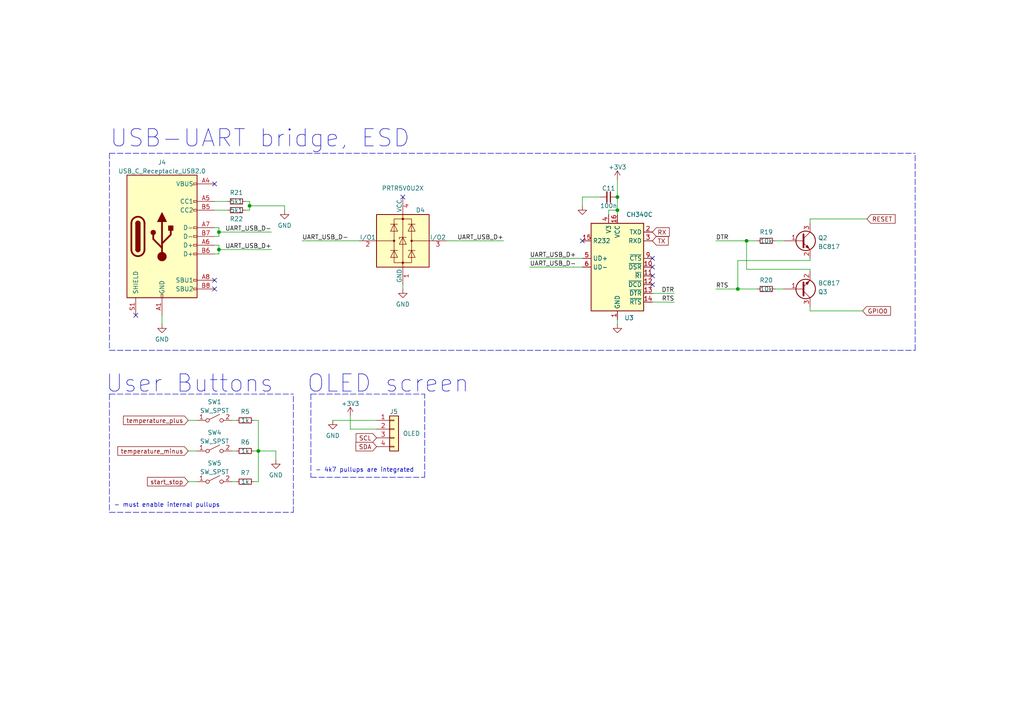
<source format=kicad_sch>
(kicad_sch (version 20211123) (generator eeschema)
  (paper "A4")
  (lib_symbols
    (symbol "Connector:USB_C_Receptacle_USB2.0" (pin_names (offset 1.016))
      (property "Reference" "J" (at -10.16 19.05 0))
      (property "Value" "USB_C_Receptacle_USB2.0" (at 19.05 19.05 0))
      (symbol "USB_C_Receptacle_USB2.0_0_0"
        (rectangle (start -0.254 -17.78) (end 0.254 -16.764))
        (rectangle (start 10.16 -14.986) (end 9.144 -15.494))
        (rectangle (start 10.16 -12.446) (end 9.144 -12.954))
        (rectangle (start 10.16 -4.826) (end 9.144 -5.334))
        (rectangle (start 10.16 -2.286) (end 9.144 -2.794))
        (rectangle (start 10.16 0.254) (end 9.144 -0.254))
        (rectangle (start 10.16 2.794) (end 9.144 2.286))
        (rectangle (start 10.16 7.874) (end 9.144 7.366))
        (rectangle (start 10.16 10.414) (end 9.144 9.906))
        (rectangle (start 10.16 15.494) (end 9.144 14.986))
      )
      (symbol "USB_C_Receptacle_USB2.0_0_1"
        (rectangle (start -10.16 17.78) (end 10.16 -17.78) (stroke (width 0.254)) (fill (type background)))
        (arc (start -8.89 -3.81) (mid -6.985 -5.715) (end -5.08 -3.81) (stroke (width 0.508)))
        (arc (start -7.62 -3.81) (mid -6.985 -4.445) (end -6.35 -3.81) (stroke (width 0.254)))
        (arc (start -7.62 -3.81) (mid -6.985 -4.445) (end -6.35 -3.81) (stroke (width 0.254)) (fill (type outline)))
        (rectangle (start -7.62 -3.81) (end -6.35 3.81) (stroke (width 0.254)) (fill (type outline)))
        (arc (start -6.35 3.81) (mid -6.985 4.445) (end -7.62 3.81) (stroke (width 0.254)))
        (arc (start -6.35 3.81) (mid -6.985 4.445) (end -7.62 3.81) (stroke (width 0.254)) (fill (type outline)))
        (arc (start -5.08 3.81) (mid -6.985 5.715) (end -8.89 3.81) (stroke (width 0.508)))
        (circle (center -2.54 1.143) (radius 0.635) (stroke (width 0.254)) (fill (type outline)))
        (circle (center 0 -5.842) (radius 1.27) (fill (type outline)))
        (polyline (pts (xy -8.89 -3.81) (xy -8.89 3.81)) (stroke (width 0.508)))
        (polyline (pts (xy -5.08 3.81) (xy -5.08 -3.81)) (stroke (width 0.508)))
        (polyline (pts (xy 0 -5.842) (xy 0 4.318)) (stroke (width 0.508)))
        (polyline (pts (xy 0 -3.302) (xy -2.54 -0.762) (xy -2.54 0.508)) (stroke (width 0.508)))
        (polyline (pts (xy 0 -2.032) (xy 2.54 0.508) (xy 2.54 1.778)) (stroke (width 0.508)))
        (polyline (pts (xy -1.27 4.318) (xy 0 6.858) (xy 1.27 4.318) (xy -1.27 4.318)) (stroke (width 0.254)) (fill (type outline)))
        (rectangle (start 1.905 1.778) (end 3.175 3.048) (stroke (width 0.254)) (fill (type outline)))
      )
      (symbol "USB_C_Receptacle_USB2.0_1_1"
        (pin passive line (at 0 -22.86 90) (length 5.08) (name "GND") (number "A1"))
        (pin passive line (at 0 -22.86 90) (length 5.08) hide (name "GND") (number "A12"))
        (pin passive line (at 15.24 15.24 180) (length 5.08) (name "VBUS") (number "A4"))
        (pin bidirectional line (at 15.24 10.16 180) (length 5.08) (name "CC1") (number "A5"))
        (pin bidirectional line (at 15.24 -2.54 180) (length 5.08) (name "D+") (number "A6"))
        (pin bidirectional line (at 15.24 2.54 180) (length 5.08) (name "D-") (number "A7"))
        (pin bidirectional line (at 15.24 -12.7 180) (length 5.08) (name "SBU1") (number "A8"))
        (pin passive line (at 15.24 15.24 180) (length 5.08) hide (name "VBUS") (number "A9"))
        (pin passive line (at 0 -22.86 90) (length 5.08) hide (name "GND") (number "B1"))
        (pin passive line (at 0 -22.86 90) (length 5.08) hide (name "GND") (number "B12"))
        (pin passive line (at 15.24 15.24 180) (length 5.08) hide (name "VBUS") (number "B4"))
        (pin bidirectional line (at 15.24 7.62 180) (length 5.08) (name "CC2") (number "B5"))
        (pin bidirectional line (at 15.24 -5.08 180) (length 5.08) (name "D+") (number "B6"))
        (pin bidirectional line (at 15.24 0 180) (length 5.08) (name "D-") (number "B7"))
        (pin bidirectional line (at 15.24 -15.24 180) (length 5.08) (name "SBU2") (number "B8"))
        (pin passive line (at 15.24 15.24 180) (length 5.08) hide (name "VBUS") (number "B9"))
        (pin passive line (at -7.62 -22.86 90) (length 5.08) (name "SHIELD") (number "S1"))
      )
    )
    (symbol "Connector_Generic:Conn_01x04" (pin_names (offset 1.016) hide)
      (property "Reference" "J" (at 0 5.08 0))
      (property "Value" "Conn_01x04" (at 0 -7.62 0))
      (symbol "Conn_01x04_1_1"
        (rectangle (start -1.27 -4.953) (end 0 -5.207) (stroke (width 0.1524)))
        (rectangle (start -1.27 -2.413) (end 0 -2.667) (stroke (width 0.1524)))
        (rectangle (start -1.27 0.127) (end 0 -0.127) (stroke (width 0.1524)))
        (rectangle (start -1.27 2.667) (end 0 2.413) (stroke (width 0.1524)))
        (rectangle (start -1.27 3.81) (end 1.27 -6.35) (stroke (width 0.254)) (fill (type background)))
        (pin passive line (at -5.08 2.54 0) (length 3.81) (name "Pin_1") (number "1"))
        (pin passive line (at -5.08 0 0) (length 3.81) (name "Pin_2") (number "2"))
        (pin passive line (at -5.08 -2.54 0) (length 3.81) (name "Pin_3") (number "3"))
        (pin passive line (at -5.08 -5.08 0) (length 3.81) (name "Pin_4") (number "4"))
      )
    )
    (symbol "Device:C_Small" (pin_numbers hide) (pin_names (offset 0.254) hide)
      (property "Reference" "C" (at 0.254 1.778 0))
      (property "Value" "C_Small" (at 0.254 -2.032 0))
      (symbol "C_Small_0_1"
        (polyline (pts (xy -1.524 -0.508) (xy 1.524 -0.508)) (stroke (width 0.3302)))
        (polyline (pts (xy -1.524 0.508) (xy 1.524 0.508)) (stroke (width 0.3048)))
      )
      (symbol "C_Small_1_1"
        (pin passive line (at 0 2.54 270) (length 2.032) (name "~") (number "1"))
        (pin passive line (at 0 -2.54 90) (length 2.032) (name "~") (number "2"))
      )
    )
    (symbol "Device:R_Small" (pin_numbers hide) (pin_names (offset 0.254) hide)
      (property "Reference" "R" (at 0.762 0.508 0))
      (property "Value" "R_Small" (at 0.762 -1.016 0))
      (symbol "R_Small_0_1"
        (rectangle (start -0.762 1.778) (end 0.762 -1.778) (stroke (width 0.2032)))
      )
      (symbol "R_Small_1_1"
        (pin passive line (at 0 2.54 270) (length 0.762) (name "~") (number "1"))
        (pin passive line (at 0 -2.54 90) (length 0.762) (name "~") (number "2"))
      )
    )
    (symbol "Interface_USB:CH340C"
      (property "Reference" "U" (at -5.08 13.97 0))
      (property "Value" "CH340C" (at 1.27 13.97 0))
      (symbol "CH340C_0_1"
        (rectangle (start -7.62 12.7) (end 7.62 -12.7) (stroke (width 0.254)) (fill (type background)))
      )
      (symbol "CH340C_1_1"
        (pin power_in line (at 0 -15.24 90) (length 2.54) (name "GND") (number "1"))
        (pin input line (at 10.16 0 180) (length 2.54) (name "~{DSR}") (number "10"))
        (pin input line (at 10.16 -2.54 180) (length 2.54) (name "~{RI}") (number "11"))
        (pin input line (at 10.16 -5.08 180) (length 2.54) (name "~{DCD}") (number "12"))
        (pin output line (at 10.16 -7.62 180) (length 2.54) (name "~{DTR}") (number "13"))
        (pin output line (at 10.16 -10.16 180) (length 2.54) (name "~{RTS}") (number "14"))
        (pin input line (at -10.16 7.62 0) (length 2.54) (name "R232") (number "15"))
        (pin power_in line (at 0 15.24 270) (length 2.54) (name "VCC") (number "16"))
        (pin output line (at 10.16 10.16 180) (length 2.54) (name "TXD") (number "2"))
        (pin input line (at 10.16 7.62 180) (length 2.54) (name "RXD") (number "3"))
        (pin passive line (at -2.54 15.24 270) (length 2.54) (name "V3") (number "4"))
        (pin bidirectional line (at -10.16 2.54 0) (length 2.54) (name "UD+") (number "5"))
        (pin bidirectional line (at -10.16 0 0) (length 2.54) (name "UD-") (number "6"))
        (pin no_connect line (at -7.62 -7.62 0) (length 2.54) hide (name "NC") (number "7"))
        (pin no_connect line (at -7.62 -10.16 0) (length 2.54) hide (name "NC") (number "8"))
        (pin input line (at 10.16 2.54 180) (length 2.54) (name "~{CTS}") (number "9"))
      )
    )
    (symbol "Power_Protection:PRTR5V0U2X" (pin_names (offset 0))
      (property "Reference" "D" (at 2.794 8.636 0))
      (property "Value" "PRTR5V0U2X" (at 8.128 -9.398 0))
      (symbol "PRTR5V0U2X_0_1"
        (rectangle (start -7.62 -7.62) (end 7.62 7.62) (stroke (width 0.254)) (fill (type background)))
        (circle (center -2.54 0) (radius 0.254) (fill (type outline)))
        (rectangle (start -2.54 6.35) (end 2.54 -6.35))
        (circle (center 0 -6.35) (radius 0.254) (fill (type outline)))
        (polyline (pts (xy -2.54 0) (xy -7.62 0)))
        (polyline (pts (xy -1.524 -2.794) (xy -3.556 -2.794)))
        (polyline (pts (xy -1.524 4.826) (xy -3.556 4.826)))
        (polyline (pts (xy 0 -7.62) (xy 0 7.62)))
        (polyline (pts (xy 1.524 -2.794) (xy 3.556 -2.794)))
        (polyline (pts (xy 1.524 4.826) (xy 3.556 4.826)))
        (polyline (pts (xy 2.54 0) (xy 7.62 0)))
        (polyline (pts (xy 1.016 1.016) (xy -1.016 1.016) (xy -1.016 0.508)))
        (polyline (pts (xy -3.556 -4.826) (xy -1.524 -4.826) (xy -2.54 -2.794) (xy -3.556 -4.826)))
        (polyline (pts (xy -3.556 2.794) (xy -1.524 2.794) (xy -2.54 4.826) (xy -3.556 2.794)))
        (polyline (pts (xy -1.016 -1.016) (xy 1.016 -1.016) (xy 0 1.016) (xy -1.016 -1.016)))
        (polyline (pts (xy 3.556 -4.826) (xy 1.524 -4.826) (xy 2.54 -2.794) (xy 3.556 -4.826)))
        (polyline (pts (xy 3.556 2.794) (xy 1.524 2.794) (xy 2.54 4.826) (xy 3.556 2.794)))
        (circle (center 0 6.35) (radius 0.254) (fill (type outline)))
        (circle (center 2.54 0) (radius 0.254) (fill (type outline)))
      )
      (symbol "PRTR5V0U2X_1_1"
        (pin passive line (at 0 -12.7 90) (length 5.08) (name "GND") (number "1"))
        (pin passive line (at -12.7 0 0) (length 5.08) (name "I/O1") (number "2"))
        (pin passive line (at 12.7 0 180) (length 5.08) (name "I/O2") (number "3"))
        (pin passive line (at 0 12.7 270) (length 5.08) (name "VCC") (number "4"))
      )
    )
    (symbol "Switch:SW_SPST" (pin_names (offset 0) hide)
      (property "Reference" "SW" (at 0 3.175 0))
      (property "Value" "SW_SPST" (at 0 -2.54 0))
      (symbol "SW_SPST_0_0"
        (circle (center -2.032 0) (radius 0.508))
        (polyline (pts (xy -1.524 0.254) (xy 1.524 1.778)))
        (circle (center 2.032 0) (radius 0.508))
      )
      (symbol "SW_SPST_1_1"
        (pin passive line (at -5.08 0 0) (length 2.54) (name "A") (number "1"))
        (pin passive line (at 5.08 0 180) (length 2.54) (name "B") (number "2"))
      )
    )
    (symbol "Transistor_BJT:BC817" (pin_names (offset 0) hide)
      (property "Reference" "Q" (at 5.08 1.905 0))
      (property "Value" "BC817" (at 5.08 0 0))
      (symbol "BC817_0_1"
        (polyline (pts (xy 0.635 0.635) (xy 2.54 2.54)))
        (polyline (pts (xy 0.635 -0.635) (xy 2.54 -2.54) (xy 2.54 -2.54)))
        (polyline (pts (xy 0.635 1.905) (xy 0.635 -1.905) (xy 0.635 -1.905)) (stroke (width 0.508)))
        (polyline (pts (xy 1.27 -1.778) (xy 1.778 -1.27) (xy 2.286 -2.286) (xy 1.27 -1.778) (xy 1.27 -1.778)) (fill (type outline)))
        (circle (center 1.27 0) (radius 2.8194) (stroke (width 0.254)))
      )
      (symbol "BC817_1_1"
        (pin input line (at -5.08 0 0) (length 5.715) (name "B") (number "1"))
        (pin passive line (at 2.54 -5.08 90) (length 2.54) (name "E") (number "2"))
        (pin passive line (at 2.54 5.08 270) (length 2.54) (name "C") (number "3"))
      )
    )
    (symbol "power:+3.3V" (power) (pin_names (offset 0))
      (property "Value" "+3.3V" (at 0 3.556 0))
      (symbol "+3.3V_0_1"
        (polyline (pts (xy -0.762 1.27) (xy 0 2.54)))
        (polyline (pts (xy 0 0) (xy 0 2.54)))
        (polyline (pts (xy 0 2.54) (xy 0.762 1.27)))
      )
      (symbol "+3.3V_1_1"
        (pin power_in line (at 0 0 90) (length 0) hide (name "+3V3") (number "1"))
      )
    )
    (symbol "power:+3V3" (power) (pin_names (offset 0))
      (property "Value" "+3V3" (at 0 3.556 0))
      (symbol "+3V3_0_1"
        (polyline (pts (xy -0.762 1.27) (xy 0 2.54)))
        (polyline (pts (xy 0 0) (xy 0 2.54)))
        (polyline (pts (xy 0 2.54) (xy 0.762 1.27)))
      )
      (symbol "+3V3_1_1"
        (pin power_in line (at 0 0 90) (length 0) hide (name "+3V3") (number "1"))
      )
    )
    (symbol "power:GND" (power) (pin_names (offset 0))
      (property "Value" "GND" (at 0 -3.81 0))
      (symbol "GND_0_1"
        (polyline (pts (xy 0 0) (xy 0 -1.27) (xy 1.27 -1.27) (xy 0 -2.54) (xy -1.27 -1.27) (xy 0 -1.27)))
      )
      (symbol "GND_1_1"
        (pin power_in line (at 0 0 270) (length 0) hide (name "GND") (number "1"))
      )
    )
  )
  (junction (at 63.5 67.31))
  (junction (at 216.535 69.85))
  (junction (at 63.5 72.39))
  (junction (at 72.39 59.69))
  (junction (at 179.07 57.15))
  (junction (at 74.93 130.81))
  (junction (at 179.07 60.96))
  (junction (at 213.995 83.82))
  (no_connect (at 168.91 69.85))
  (no_connect (at 189.23 74.93))
  (no_connect (at 116.84 57.15))
  (no_connect (at 189.23 80.01))
  (no_connect (at 62.23 83.82))
  (no_connect (at 39.37 91.44))
  (no_connect (at 189.23 82.55))
  (no_connect (at 62.23 53.34))
  (no_connect (at 189.23 77.47))
  (no_connect (at 62.23 81.28))
  (wire (pts (xy 224.79 83.82) (xy 227.33 83.82)))
  (wire (pts (xy 213.995 83.82) (xy 219.71 83.82)))
  (wire (pts (xy 234.95 64.77) (xy 234.95 63.5)))
  (wire (pts (xy 129.54 69.85) (xy 146.05 69.85)))
  (wire (pts (xy 153.67 74.93) (xy 168.91 74.93)))
  (polyline (pts (xy 31.75 114.3) (xy 85.09 114.3)))
  (wire (pts (xy 116.84 82.55) (xy 116.84 83.82)))
  (wire (pts (xy 74.93 139.7) (xy 73.66 139.7)))
  (wire (pts (xy 62.23 68.58) (xy 63.5 68.58)))
  (wire (pts (xy 80.01 130.81) (xy 80.01 133.35)))
  (wire (pts (xy 63.5 67.31) (xy 78.74 67.31)))
  (wire (pts (xy 67.31 139.7) (xy 68.58 139.7)))
  (polyline (pts (xy 123.19 138.43) (xy 123.19 114.3)))
  (wire (pts (xy 179.07 57.15) (xy 179.07 60.96)))
  (wire (pts (xy 224.79 69.85) (xy 227.33 69.85)))
  (polyline (pts (xy 31.75 44.45) (xy 265.43 44.45)))
  (wire (pts (xy 67.31 121.92) (xy 68.58 121.92)))
  (wire (pts (xy 234.95 63.5) (xy 251.46 63.5)))
  (wire (pts (xy 101.6 124.46) (xy 101.6 120.65)))
  (wire (pts (xy 71.12 60.96) (xy 72.39 60.96)))
  (wire (pts (xy 74.93 130.81) (xy 74.93 139.7)))
  (wire (pts (xy 207.645 69.85) (xy 216.535 69.85)))
  (wire (pts (xy 67.31 130.81) (xy 68.58 130.81)))
  (wire (pts (xy 73.66 121.92) (xy 74.93 121.92)))
  (wire (pts (xy 74.93 130.81) (xy 80.01 130.81)))
  (wire (pts (xy 82.55 59.69) (xy 72.39 59.69)))
  (wire (pts (xy 109.22 124.46) (xy 101.6 124.46)))
  (wire (pts (xy 72.39 59.69) (xy 72.39 60.96)))
  (wire (pts (xy 176.53 60.96) (xy 179.07 60.96)))
  (wire (pts (xy 54.61 121.92) (xy 57.15 121.92)))
  (wire (pts (xy 234.95 78.105) (xy 216.535 78.105)))
  (wire (pts (xy 62.23 73.66) (xy 63.5 73.66)))
  (wire (pts (xy 173.99 57.15) (xy 168.91 57.15)))
  (wire (pts (xy 216.535 69.85) (xy 219.71 69.85)))
  (polyline (pts (xy 85.09 148.59) (xy 85.09 114.3)))
  (polyline (pts (xy 31.75 44.45) (xy 31.75 101.6)))
  (wire (pts (xy 176.53 62.23) (xy 176.53 60.96)))
  (wire (pts (xy 153.67 77.47) (xy 168.91 77.47)))
  (wire (pts (xy 71.12 58.42) (xy 72.39 58.42)))
  (wire (pts (xy 62.23 71.12) (xy 63.5 71.12)))
  (wire (pts (xy 63.5 66.04) (xy 63.5 67.31)))
  (wire (pts (xy 234.95 74.93) (xy 234.95 75.565)))
  (polyline (pts (xy 31.75 101.6) (xy 265.43 101.6)))
  (wire (pts (xy 179.07 92.71) (xy 179.07 93.98)))
  (wire (pts (xy 96.52 121.92) (xy 109.22 121.92)))
  (wire (pts (xy 234.95 75.565) (xy 213.995 75.565)))
  (polyline (pts (xy 90.17 114.3) (xy 90.17 138.43)))
  (wire (pts (xy 234.95 78.74) (xy 234.95 78.105)))
  (wire (pts (xy 82.55 59.69) (xy 82.55 60.96)))
  (wire (pts (xy 74.93 121.92) (xy 74.93 130.81)))
  (wire (pts (xy 63.5 72.39) (xy 78.74 72.39)))
  (polyline (pts (xy 90.17 114.3) (xy 123.19 114.3)))
  (wire (pts (xy 216.535 78.105) (xy 216.535 69.85)))
  (wire (pts (xy 87.63 69.85) (xy 104.14 69.85)))
  (polyline (pts (xy 90.17 138.43) (xy 123.19 138.43)))
  (polyline (pts (xy 31.75 148.59) (xy 85.09 148.59)))
  (wire (pts (xy 62.23 66.04) (xy 63.5 66.04)))
  (wire (pts (xy 207.645 83.82) (xy 213.995 83.82)))
  (wire (pts (xy 63.5 72.39) (xy 63.5 73.66)))
  (wire (pts (xy 234.95 88.9) (xy 234.95 90.17)))
  (wire (pts (xy 213.995 75.565) (xy 213.995 83.82)))
  (wire (pts (xy 72.39 58.42) (xy 72.39 59.69)))
  (polyline (pts (xy 31.75 114.3) (xy 31.75 148.59)))
  (wire (pts (xy 234.95 90.17) (xy 250.19 90.17)))
  (wire (pts (xy 62.23 60.96) (xy 66.04 60.96)))
  (wire (pts (xy 54.61 139.7) (xy 57.15 139.7)))
  (wire (pts (xy 195.58 85.09) (xy 189.23 85.09)))
  (wire (pts (xy 73.66 130.81) (xy 74.93 130.81)))
  (wire (pts (xy 54.61 130.81) (xy 57.15 130.81)))
  (wire (pts (xy 62.23 58.42) (xy 66.04 58.42)))
  (wire (pts (xy 179.07 52.07) (xy 179.07 57.15)))
  (wire (pts (xy 46.99 91.44) (xy 46.99 93.98)))
  (wire (pts (xy 189.23 87.63) (xy 195.58 87.63)))
  (wire (pts (xy 63.5 71.12) (xy 63.5 72.39)))
  (polyline (pts (xy 265.43 101.6) (xy 265.43 44.45)))
  (wire (pts (xy 168.91 57.15) (xy 168.91 59.69)))
  (wire (pts (xy 179.07 60.96) (xy 179.07 62.23)))
  (wire (pts (xy 63.5 67.31) (xy 63.5 68.58)))
  (text "- 4k7 pullups are integrated" (at 91.44 137.16 0) (effects (font (size 1.27 1.27)) (justify left bottom)))
  (text "User Buttons" (at 30.48 114.3 0) (effects (font (size 5 5)) (justify left bottom)))
  (text "OLED screen" (at 88.9 114.3 0) (effects (font (size 5 5)) (justify left bottom)))
  (text "USB-UART bridge, ESD" (at 31.75 43.18 0) (effects (font (size 5 5)) (justify left bottom)))
  (text "- must enable internal pullups" (at 33.02 147.32 0) (effects (font (size 1.27 1.27)) (justify left bottom)))
  (label "DTR" (at 207.645 69.85 0))
  (label "UART_USB_D-" (at 87.63 69.85 0))
  (label "UART_USB_D-" (at 78.74 67.31 180))
  (label "UART_USB_D-" (at 153.67 77.47 0))
  (label "UART_USB_D+" (at 78.74 72.39 180))
  (label "RTS" (at 195.58 87.63 180))
  (label "UART_USB_D+" (at 153.67 74.93 0))
  (label "RTS" (at 207.645 83.82 0))
  (label "DTR" (at 195.58 85.09 180))
  (label "UART_USB_D+" (at 146.05 69.85 180))
  (global_label "GPIO0" (shape input) (at 250.19 90.17 0) (property "Intersheet References" "${INTERSHEET_REFS}" (effects hide)))
  (global_label "SCL" (shape input) (at 109.22 127 180) (property "Intersheet References" "${INTERSHEET_REFS}" (effects hide)))
  (global_label "temperature_minus" (shape input) (at 54.61 130.81 180) (property "Intersheet References" "${INTERSHEET_REFS}" (effects hide)))
  (global_label "RESET" (shape input) (at 251.46 63.5 0) (property "Intersheet References" "${INTERSHEET_REFS}" (effects hide)))
  (global_label "TX" (shape input) (at 189.23 69.85 0) (property "Intersheet References" "${INTERSHEET_REFS}" (effects hide)))
  (global_label "SDA" (shape input) (at 109.22 129.54 180) (property "Intersheet References" "${INTERSHEET_REFS}" (effects hide)))
  (global_label "temperature_plus" (shape input) (at 54.61 121.92 180) (property "Intersheet References" "${INTERSHEET_REFS}" (effects hide)))
  (global_label "start_stop" (shape input) (at 54.61 139.7 180) (property "Intersheet References" "${INTERSHEET_REFS}" (effects hide)))
  (global_label "RX" (shape input) (at 189.23 67.31 0) (property "Intersheet References" "${INTERSHEET_REFS}" (effects hide)))
  (symbol (lib_id "Switch:SW_SPST") (at 62.23 139.7 0) (unit 1)
    (property "Reference" "SW5" (at 62.23 134.3492 0))
    (property "Value" "SW_SPST" (at 62.23 136.8861 0))
    (property "Footprint" "1-1825027-1:SW_1-1825027-1" (effects hide))
  )
  (symbol (lib_id "Device:R_Small") (at 71.12 139.7 90) (unit 1)
    (property "Reference" "R7" (at 71.12 137.16 90))
    (property "Value" "1k" (at 71.12 139.7 90))
    (property "Footprint" "Resistor_SMD:R_0603_1608Metric" (effects hide))
  )
  (symbol (lib_id "power:GND") (at 96.52 121.92 0) (unit 1)
    (property "Reference" "#PWR0135" (effects hide))
    (property "Value" "GND" (at 96.52 126.3634 0))
  )
  (symbol (lib_id "Device:R_Small") (at 68.58 58.42 90) (unit 1)
    (property "Reference" "R21" (at 68.58 55.88 90))
    (property "Value" "5k1" (at 68.58 58.42 90))
    (property "Footprint" "Resistor_SMD:R_0603_1608Metric" (effects hide))
  )
  (symbol (lib_id "power:+3V3") (at 179.07 52.07 0) (unit 1)
    (property "Reference" "#PWR0133" (effects hide))
    (property "Value" "+3V3" (at 179.07 48.4942 0))
  )
  (symbol (lib_id "power:GND") (at 179.07 93.98 0) (unit 1)
    (property "Reference" "#PWR0134" (effects hide))
    (property "Value" "GND" (effects hide))
  )
  (symbol (lib_id "Transistor_BJT:BC817") (at 232.41 69.85 0) (unit 1)
    (property "Reference" "Q2" (at 237.2614 69.0153 0) (effects (justify left)))
    (property "Value" "BC817" (at 237.2614 71.5522 0) (effects (justify left)))
    (property "Footprint" "Package_TO_SOT_SMD:SOT-23" (effects hide))
    (property "Datasheet" "https://www.onsemi.com/pub/Collateral/BC818-D.pdf" (effects hide))
  )
  (symbol (lib_id "Device:R_Small") (at 71.12 121.92 90) (unit 1)
    (property "Reference" "R5" (at 71.12 119.38 90))
    (property "Value" "1k" (at 71.12 121.92 90))
    (property "Footprint" "Resistor_SMD:R_0603_1608Metric" (effects hide))
  )
  (symbol (lib_id "Device:R_Small") (at 71.12 130.81 90) (unit 1)
    (property "Reference" "R6" (at 71.12 128.27 90))
    (property "Value" "1k" (at 71.12 130.81 90))
    (property "Footprint" "Resistor_SMD:R_0603_1608Metric" (effects hide))
  )
  (symbol (lib_id "Device:C_Small") (at 176.53 57.15 270) (unit 1)
    (property "Reference" "C11" (at 176.53 54.61 90))
    (property "Value" "100n" (at 176.53 59.69 90))
    (property "Footprint" "Capacitor_SMD:C_0603_1608Metric" (effects hide))
  )
  (symbol (lib_id "Transistor_BJT:BC817") (at 232.41 83.82 0) (mirror x) (unit 1)
    (property "Reference" "Q3" (at 237.2614 84.6547 0) (effects (justify left)))
    (property "Value" "BC817" (at 237.2614 82.1178 0) (effects (justify left)))
    (property "Footprint" "Package_TO_SOT_SMD:SOT-23" (effects hide))
    (property "Datasheet" "https://www.onsemi.com/pub/Collateral/BC818-D.pdf" (effects hide))
  )
  (symbol (lib_id "power:GND") (at 80.01 133.35 0) (unit 1)
    (property "Reference" "#PWR0108" (effects hide))
    (property "Value" "GND" (at 80.01 137.7934 0))
  )
  (symbol (lib_id "power:GND") (at 46.99 93.98 0) (unit 1)
    (property "Reference" "#PWR0122" (effects hide))
    (property "Value" "GND" (at 46.99 98.4234 0))
  )
  (symbol (lib_id "Power_Protection:PRTR5V0U2X") (at 116.84 69.85 0) (unit 1)
    (property "Reference" "D4" (at 121.92 60.96 0))
    (property "Value" "PRTR5V0U2X" (at 116.84 54.61 0))
    (property "Footprint" "Package_TO_SOT_SMD:SOT-143" (effects hide))
    (property "Datasheet" "https://assets.nexperia.com/documents/data-sheet/PRTR5V0U2X.pdf" (effects hide))
  )
  (symbol (lib_id "power:GND") (at 168.91 59.69 0) (unit 1)
    (property "Reference" "#PWR0132" (effects hide))
    (property "Value" "GND" (effects hide))
  )
  (symbol (lib_id "Switch:SW_SPST") (at 62.23 130.81 0) (unit 1)
    (property "Reference" "SW4" (at 62.23 125.4592 0))
    (property "Value" "SW_SPST" (at 62.23 127.9961 0))
    (property "Footprint" "1-1825027-1:SW_1-1825027-1" (effects hide))
  )
  (symbol (lib_id "power:GND") (at 116.84 83.82 0) (unit 1)
    (property "Reference" "#PWR0130" (effects hide))
    (property "Value" "GND" (at 116.84 88.2634 0))
  )
  (symbol (lib_id "Device:R_Small") (at 222.25 83.82 90) (unit 1)
    (property "Reference" "R20" (at 222.25 81.28 90))
    (property "Value" "10k" (at 222.25 83.82 90))
    (property "Footprint" "Resistor_SMD:R_0603_1608Metric" (effects hide))
  )
  (symbol (lib_id "Connector:USB_C_Receptacle_USB2.0") (at 46.99 68.58 0) (unit 1)
    (property "Reference" "J4" (at 46.99 47.1002 0))
    (property "Value" "USB_C_Receptacle_USB2.0" (at 46.99 49.6371 0))
    (property "Footprint" "Connector_USB:USB_C_Receptacle_HRO_TYPE-C-31-M-12" (effects hide))
    (property "Datasheet" "https://www.usb.org/sites/default/files/documents/usb_type-c.zip" (effects hide))
  )
  (symbol (lib_id "Interface_USB:CH340C") (at 179.07 77.47 0) (unit 1)
    (property "Reference" "U3" (at 181.0894 92.2004 0) (effects (justify left)))
    (property "Value" "CH340C" (at 181.61 62.23 0) (effects (justify left)))
    (property "Footprint" "Package_SO:SOIC-16_3.9x9.9mm_P1.27mm" (effects hide))
    (property "Datasheet" "https://datasheet.lcsc.com/szlcsc/Jiangsu-Qin-Heng-CH340C_C84681.pdf" (effects hide))
  )
  (symbol (lib_id "Device:R_Small") (at 222.25 69.85 90) (unit 1)
    (property "Reference" "R19" (at 222.25 67.31 90))
    (property "Value" "10k" (at 222.25 69.85 90))
    (property "Footprint" "Resistor_SMD:R_0603_1608Metric" (effects hide))
  )
  (symbol (lib_id "Device:R_Small") (at 68.58 60.96 90) (unit 1)
    (property "Reference" "R22" (at 68.58 63.5 90))
    (property "Value" "5k1" (at 68.58 60.96 90))
    (property "Footprint" "Resistor_SMD:R_0603_1608Metric" (effects hide))
  )
  (symbol (lib_id "Connector_Generic:Conn_01x04") (at 114.3 124.46 0) (unit 1)
    (property "Reference" "J5" (at 113.03 119.38 0) (effects (justify left)))
    (property "Value" "OLED" (at 116.84 125.73 0) (effects (justify left)))
    (property "Footprint" "oled_angled:oled_angled" (effects hide))
  )
  (symbol (lib_id "Switch:SW_SPST") (at 62.23 121.92 0) (unit 1)
    (property "Reference" "SW1" (at 62.23 116.5692 0))
    (property "Value" "SW_SPST" (at 62.23 119.1061 0))
    (property "Footprint" "1-1825027-1:SW_1-1825027-1" (effects hide))
  )
  (symbol (lib_id "power:+3.3V") (at 101.6 120.65 0) (unit 1)
    (property "Reference" "#PWR0136" (effects hide))
    (property "Value" "+3.3V" (at 101.6 117.0742 0))
  )
  (symbol (lib_id "power:GND") (at 82.55 60.96 0) (unit 1)
    (property "Reference" "#PWR0131" (effects hide))
    (property "Value" "GND" (at 82.55 65.4034 0))
  )
)
</source>
